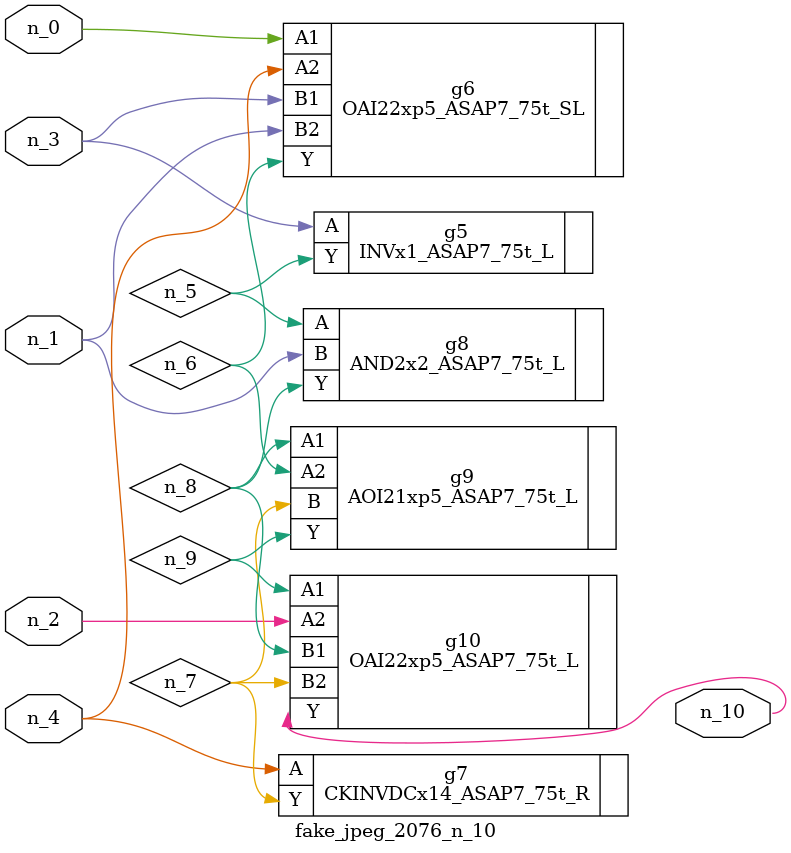
<source format=v>
module fake_jpeg_2076_n_10 (n_3, n_2, n_1, n_0, n_4, n_10);

input n_3;
input n_2;
input n_1;
input n_0;
input n_4;

output n_10;

wire n_8;
wire n_9;
wire n_6;
wire n_5;
wire n_7;

INVx1_ASAP7_75t_L g5 ( 
.A(n_3),
.Y(n_5)
);

OAI22xp5_ASAP7_75t_SL g6 ( 
.A1(n_0),
.A2(n_4),
.B1(n_3),
.B2(n_1),
.Y(n_6)
);

CKINVDCx14_ASAP7_75t_R g7 ( 
.A(n_4),
.Y(n_7)
);

AND2x2_ASAP7_75t_L g8 ( 
.A(n_5),
.B(n_1),
.Y(n_8)
);

AOI21xp5_ASAP7_75t_L g9 ( 
.A1(n_8),
.A2(n_6),
.B(n_7),
.Y(n_9)
);

OAI22xp5_ASAP7_75t_L g10 ( 
.A1(n_9),
.A2(n_2),
.B1(n_8),
.B2(n_7),
.Y(n_10)
);


endmodule
</source>
